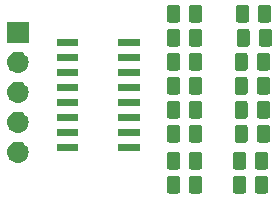
<source format=gbr>
G04 #@! TF.GenerationSoftware,KiCad,Pcbnew,(5.1.2)-2*
G04 #@! TF.CreationDate,2019-10-26T09:12:10-10:00*
G04 #@! TF.ProjectId,74HC595N_smd,37344843-3539-4354-9e5f-736d642e6b69,rev?*
G04 #@! TF.SameCoordinates,Original*
G04 #@! TF.FileFunction,Soldermask,Top*
G04 #@! TF.FilePolarity,Negative*
%FSLAX46Y46*%
G04 Gerber Fmt 4.6, Leading zero omitted, Abs format (unit mm)*
G04 Created by KiCad (PCBNEW (5.1.2)-2) date 2019-10-26 09:12:10*
%MOMM*%
%LPD*%
G04 APERTURE LIST*
%ADD10C,0.100000*%
G04 APERTURE END LIST*
D10*
G36*
X99685968Y-43957565D02*
G01*
X99724638Y-43969296D01*
X99760277Y-43988346D01*
X99791517Y-44013983D01*
X99817154Y-44045223D01*
X99836204Y-44080862D01*
X99847935Y-44119532D01*
X99852500Y-44165888D01*
X99852500Y-45242112D01*
X99847935Y-45288468D01*
X99836204Y-45327138D01*
X99817154Y-45362777D01*
X99791517Y-45394017D01*
X99760277Y-45419654D01*
X99724638Y-45438704D01*
X99685968Y-45450435D01*
X99639612Y-45455000D01*
X98988388Y-45455000D01*
X98942032Y-45450435D01*
X98903362Y-45438704D01*
X98867723Y-45419654D01*
X98836483Y-45394017D01*
X98810846Y-45362777D01*
X98791796Y-45327138D01*
X98780065Y-45288468D01*
X98775500Y-45242112D01*
X98775500Y-44165888D01*
X98780065Y-44119532D01*
X98791796Y-44080862D01*
X98810846Y-44045223D01*
X98836483Y-44013983D01*
X98867723Y-43988346D01*
X98903362Y-43969296D01*
X98942032Y-43957565D01*
X98988388Y-43953000D01*
X99639612Y-43953000D01*
X99685968Y-43957565D01*
X99685968Y-43957565D01*
G37*
G36*
X105273968Y-43957565D02*
G01*
X105312638Y-43969296D01*
X105348277Y-43988346D01*
X105379517Y-44013983D01*
X105405154Y-44045223D01*
X105424204Y-44080862D01*
X105435935Y-44119532D01*
X105440500Y-44165888D01*
X105440500Y-45242112D01*
X105435935Y-45288468D01*
X105424204Y-45327138D01*
X105405154Y-45362777D01*
X105379517Y-45394017D01*
X105348277Y-45419654D01*
X105312638Y-45438704D01*
X105273968Y-45450435D01*
X105227612Y-45455000D01*
X104576388Y-45455000D01*
X104530032Y-45450435D01*
X104491362Y-45438704D01*
X104455723Y-45419654D01*
X104424483Y-45394017D01*
X104398846Y-45362777D01*
X104379796Y-45327138D01*
X104368065Y-45288468D01*
X104363500Y-45242112D01*
X104363500Y-44165888D01*
X104368065Y-44119532D01*
X104379796Y-44080862D01*
X104398846Y-44045223D01*
X104424483Y-44013983D01*
X104455723Y-43988346D01*
X104491362Y-43969296D01*
X104530032Y-43957565D01*
X104576388Y-43953000D01*
X105227612Y-43953000D01*
X105273968Y-43957565D01*
X105273968Y-43957565D01*
G37*
G36*
X107148968Y-43957565D02*
G01*
X107187638Y-43969296D01*
X107223277Y-43988346D01*
X107254517Y-44013983D01*
X107280154Y-44045223D01*
X107299204Y-44080862D01*
X107310935Y-44119532D01*
X107315500Y-44165888D01*
X107315500Y-45242112D01*
X107310935Y-45288468D01*
X107299204Y-45327138D01*
X107280154Y-45362777D01*
X107254517Y-45394017D01*
X107223277Y-45419654D01*
X107187638Y-45438704D01*
X107148968Y-45450435D01*
X107102612Y-45455000D01*
X106451388Y-45455000D01*
X106405032Y-45450435D01*
X106366362Y-45438704D01*
X106330723Y-45419654D01*
X106299483Y-45394017D01*
X106273846Y-45362777D01*
X106254796Y-45327138D01*
X106243065Y-45288468D01*
X106238500Y-45242112D01*
X106238500Y-44165888D01*
X106243065Y-44119532D01*
X106254796Y-44080862D01*
X106273846Y-44045223D01*
X106299483Y-44013983D01*
X106330723Y-43988346D01*
X106366362Y-43969296D01*
X106405032Y-43957565D01*
X106451388Y-43953000D01*
X107102612Y-43953000D01*
X107148968Y-43957565D01*
X107148968Y-43957565D01*
G37*
G36*
X101560968Y-43957565D02*
G01*
X101599638Y-43969296D01*
X101635277Y-43988346D01*
X101666517Y-44013983D01*
X101692154Y-44045223D01*
X101711204Y-44080862D01*
X101722935Y-44119532D01*
X101727500Y-44165888D01*
X101727500Y-45242112D01*
X101722935Y-45288468D01*
X101711204Y-45327138D01*
X101692154Y-45362777D01*
X101666517Y-45394017D01*
X101635277Y-45419654D01*
X101599638Y-45438704D01*
X101560968Y-45450435D01*
X101514612Y-45455000D01*
X100863388Y-45455000D01*
X100817032Y-45450435D01*
X100778362Y-45438704D01*
X100742723Y-45419654D01*
X100711483Y-45394017D01*
X100685846Y-45362777D01*
X100666796Y-45327138D01*
X100655065Y-45288468D01*
X100650500Y-45242112D01*
X100650500Y-44165888D01*
X100655065Y-44119532D01*
X100666796Y-44080862D01*
X100685846Y-44045223D01*
X100711483Y-44013983D01*
X100742723Y-43988346D01*
X100778362Y-43969296D01*
X100817032Y-43957565D01*
X100863388Y-43953000D01*
X101514612Y-43953000D01*
X101560968Y-43957565D01*
X101560968Y-43957565D01*
G37*
G36*
X101560968Y-41925565D02*
G01*
X101599638Y-41937296D01*
X101635277Y-41956346D01*
X101666517Y-41981983D01*
X101692154Y-42013223D01*
X101711204Y-42048862D01*
X101722935Y-42087532D01*
X101727500Y-42133888D01*
X101727500Y-43210112D01*
X101722935Y-43256468D01*
X101711204Y-43295138D01*
X101692154Y-43330777D01*
X101666517Y-43362017D01*
X101635277Y-43387654D01*
X101599638Y-43406704D01*
X101560968Y-43418435D01*
X101514612Y-43423000D01*
X100863388Y-43423000D01*
X100817032Y-43418435D01*
X100778362Y-43406704D01*
X100742723Y-43387654D01*
X100711483Y-43362017D01*
X100685846Y-43330777D01*
X100666796Y-43295138D01*
X100655065Y-43256468D01*
X100650500Y-43210112D01*
X100650500Y-42133888D01*
X100655065Y-42087532D01*
X100666796Y-42048862D01*
X100685846Y-42013223D01*
X100711483Y-41981983D01*
X100742723Y-41956346D01*
X100778362Y-41937296D01*
X100817032Y-41925565D01*
X100863388Y-41921000D01*
X101514612Y-41921000D01*
X101560968Y-41925565D01*
X101560968Y-41925565D01*
G37*
G36*
X99685968Y-41925565D02*
G01*
X99724638Y-41937296D01*
X99760277Y-41956346D01*
X99791517Y-41981983D01*
X99817154Y-42013223D01*
X99836204Y-42048862D01*
X99847935Y-42087532D01*
X99852500Y-42133888D01*
X99852500Y-43210112D01*
X99847935Y-43256468D01*
X99836204Y-43295138D01*
X99817154Y-43330777D01*
X99791517Y-43362017D01*
X99760277Y-43387654D01*
X99724638Y-43406704D01*
X99685968Y-43418435D01*
X99639612Y-43423000D01*
X98988388Y-43423000D01*
X98942032Y-43418435D01*
X98903362Y-43406704D01*
X98867723Y-43387654D01*
X98836483Y-43362017D01*
X98810846Y-43330777D01*
X98791796Y-43295138D01*
X98780065Y-43256468D01*
X98775500Y-43210112D01*
X98775500Y-42133888D01*
X98780065Y-42087532D01*
X98791796Y-42048862D01*
X98810846Y-42013223D01*
X98836483Y-41981983D01*
X98867723Y-41956346D01*
X98903362Y-41937296D01*
X98942032Y-41925565D01*
X98988388Y-41921000D01*
X99639612Y-41921000D01*
X99685968Y-41925565D01*
X99685968Y-41925565D01*
G37*
G36*
X105273968Y-41925565D02*
G01*
X105312638Y-41937296D01*
X105348277Y-41956346D01*
X105379517Y-41981983D01*
X105405154Y-42013223D01*
X105424204Y-42048862D01*
X105435935Y-42087532D01*
X105440500Y-42133888D01*
X105440500Y-43210112D01*
X105435935Y-43256468D01*
X105424204Y-43295138D01*
X105405154Y-43330777D01*
X105379517Y-43362017D01*
X105348277Y-43387654D01*
X105312638Y-43406704D01*
X105273968Y-43418435D01*
X105227612Y-43423000D01*
X104576388Y-43423000D01*
X104530032Y-43418435D01*
X104491362Y-43406704D01*
X104455723Y-43387654D01*
X104424483Y-43362017D01*
X104398846Y-43330777D01*
X104379796Y-43295138D01*
X104368065Y-43256468D01*
X104363500Y-43210112D01*
X104363500Y-42133888D01*
X104368065Y-42087532D01*
X104379796Y-42048862D01*
X104398846Y-42013223D01*
X104424483Y-41981983D01*
X104455723Y-41956346D01*
X104491362Y-41937296D01*
X104530032Y-41925565D01*
X104576388Y-41921000D01*
X105227612Y-41921000D01*
X105273968Y-41925565D01*
X105273968Y-41925565D01*
G37*
G36*
X107148968Y-41925565D02*
G01*
X107187638Y-41937296D01*
X107223277Y-41956346D01*
X107254517Y-41981983D01*
X107280154Y-42013223D01*
X107299204Y-42048862D01*
X107310935Y-42087532D01*
X107315500Y-42133888D01*
X107315500Y-43210112D01*
X107310935Y-43256468D01*
X107299204Y-43295138D01*
X107280154Y-43330777D01*
X107254517Y-43362017D01*
X107223277Y-43387654D01*
X107187638Y-43406704D01*
X107148968Y-43418435D01*
X107102612Y-43423000D01*
X106451388Y-43423000D01*
X106405032Y-43418435D01*
X106366362Y-43406704D01*
X106330723Y-43387654D01*
X106299483Y-43362017D01*
X106273846Y-43330777D01*
X106254796Y-43295138D01*
X106243065Y-43256468D01*
X106238500Y-43210112D01*
X106238500Y-42133888D01*
X106243065Y-42087532D01*
X106254796Y-42048862D01*
X106273846Y-42013223D01*
X106299483Y-41981983D01*
X106330723Y-41956346D01*
X106366362Y-41937296D01*
X106405032Y-41925565D01*
X106451388Y-41921000D01*
X107102612Y-41921000D01*
X107148968Y-41925565D01*
X107148968Y-41925565D01*
G37*
G36*
X86263444Y-41062520D02*
G01*
X86329628Y-41069038D01*
X86499467Y-41120558D01*
X86655992Y-41204223D01*
X86664615Y-41211300D01*
X86793187Y-41316815D01*
X86876449Y-41418272D01*
X86905779Y-41454010D01*
X86989444Y-41610535D01*
X87040964Y-41780374D01*
X87058360Y-41957001D01*
X87040964Y-42133628D01*
X86989444Y-42303467D01*
X86905779Y-42459992D01*
X86876449Y-42495730D01*
X86793187Y-42597187D01*
X86691730Y-42680449D01*
X86655992Y-42709779D01*
X86499467Y-42793444D01*
X86329628Y-42844964D01*
X86263444Y-42851482D01*
X86197261Y-42858001D01*
X86108741Y-42858001D01*
X86042558Y-42851482D01*
X85976374Y-42844964D01*
X85806535Y-42793444D01*
X85650010Y-42709779D01*
X85614272Y-42680449D01*
X85512815Y-42597187D01*
X85429553Y-42495730D01*
X85400223Y-42459992D01*
X85316558Y-42303467D01*
X85265038Y-42133628D01*
X85247642Y-41957001D01*
X85265038Y-41780374D01*
X85316558Y-41610535D01*
X85400223Y-41454010D01*
X85429553Y-41418272D01*
X85512815Y-41316815D01*
X85641387Y-41211300D01*
X85650010Y-41204223D01*
X85806535Y-41120558D01*
X85976374Y-41069038D01*
X86042558Y-41062520D01*
X86108741Y-41056001D01*
X86197261Y-41056001D01*
X86263444Y-41062520D01*
X86263444Y-41062520D01*
G37*
G36*
X91275100Y-41846700D02*
G01*
X89471300Y-41846700D01*
X89471300Y-41211300D01*
X91275100Y-41211300D01*
X91275100Y-41846700D01*
X91275100Y-41846700D01*
G37*
G36*
X96456700Y-41846700D02*
G01*
X94652900Y-41846700D01*
X94652900Y-41211300D01*
X96456700Y-41211300D01*
X96456700Y-41846700D01*
X96456700Y-41846700D01*
G37*
G36*
X101560968Y-39639565D02*
G01*
X101599638Y-39651296D01*
X101635277Y-39670346D01*
X101666517Y-39695983D01*
X101692154Y-39727223D01*
X101711204Y-39762862D01*
X101722935Y-39801532D01*
X101727500Y-39847888D01*
X101727500Y-40924112D01*
X101722935Y-40970468D01*
X101711204Y-41009138D01*
X101692154Y-41044777D01*
X101666517Y-41076017D01*
X101635277Y-41101654D01*
X101599638Y-41120704D01*
X101560968Y-41132435D01*
X101514612Y-41137000D01*
X100863388Y-41137000D01*
X100817032Y-41132435D01*
X100778362Y-41120704D01*
X100742723Y-41101654D01*
X100711483Y-41076017D01*
X100685846Y-41044777D01*
X100666796Y-41009138D01*
X100655065Y-40970468D01*
X100650500Y-40924112D01*
X100650500Y-39847888D01*
X100655065Y-39801532D01*
X100666796Y-39762862D01*
X100685846Y-39727223D01*
X100711483Y-39695983D01*
X100742723Y-39670346D01*
X100778362Y-39651296D01*
X100817032Y-39639565D01*
X100863388Y-39635000D01*
X101514612Y-39635000D01*
X101560968Y-39639565D01*
X101560968Y-39639565D01*
G37*
G36*
X105430968Y-39639565D02*
G01*
X105469638Y-39651296D01*
X105505277Y-39670346D01*
X105536517Y-39695983D01*
X105562154Y-39727223D01*
X105581204Y-39762862D01*
X105592935Y-39801532D01*
X105597500Y-39847888D01*
X105597500Y-40924112D01*
X105592935Y-40970468D01*
X105581204Y-41009138D01*
X105562154Y-41044777D01*
X105536517Y-41076017D01*
X105505277Y-41101654D01*
X105469638Y-41120704D01*
X105430968Y-41132435D01*
X105384612Y-41137000D01*
X104733388Y-41137000D01*
X104687032Y-41132435D01*
X104648362Y-41120704D01*
X104612723Y-41101654D01*
X104581483Y-41076017D01*
X104555846Y-41044777D01*
X104536796Y-41009138D01*
X104525065Y-40970468D01*
X104520500Y-40924112D01*
X104520500Y-39847888D01*
X104525065Y-39801532D01*
X104536796Y-39762862D01*
X104555846Y-39727223D01*
X104581483Y-39695983D01*
X104612723Y-39670346D01*
X104648362Y-39651296D01*
X104687032Y-39639565D01*
X104733388Y-39635000D01*
X105384612Y-39635000D01*
X105430968Y-39639565D01*
X105430968Y-39639565D01*
G37*
G36*
X107305968Y-39639565D02*
G01*
X107344638Y-39651296D01*
X107380277Y-39670346D01*
X107411517Y-39695983D01*
X107437154Y-39727223D01*
X107456204Y-39762862D01*
X107467935Y-39801532D01*
X107472500Y-39847888D01*
X107472500Y-40924112D01*
X107467935Y-40970468D01*
X107456204Y-41009138D01*
X107437154Y-41044777D01*
X107411517Y-41076017D01*
X107380277Y-41101654D01*
X107344638Y-41120704D01*
X107305968Y-41132435D01*
X107259612Y-41137000D01*
X106608388Y-41137000D01*
X106562032Y-41132435D01*
X106523362Y-41120704D01*
X106487723Y-41101654D01*
X106456483Y-41076017D01*
X106430846Y-41044777D01*
X106411796Y-41009138D01*
X106400065Y-40970468D01*
X106395500Y-40924112D01*
X106395500Y-39847888D01*
X106400065Y-39801532D01*
X106411796Y-39762862D01*
X106430846Y-39727223D01*
X106456483Y-39695983D01*
X106487723Y-39670346D01*
X106523362Y-39651296D01*
X106562032Y-39639565D01*
X106608388Y-39635000D01*
X107259612Y-39635000D01*
X107305968Y-39639565D01*
X107305968Y-39639565D01*
G37*
G36*
X99685968Y-39639565D02*
G01*
X99724638Y-39651296D01*
X99760277Y-39670346D01*
X99791517Y-39695983D01*
X99817154Y-39727223D01*
X99836204Y-39762862D01*
X99847935Y-39801532D01*
X99852500Y-39847888D01*
X99852500Y-40924112D01*
X99847935Y-40970468D01*
X99836204Y-41009138D01*
X99817154Y-41044777D01*
X99791517Y-41076017D01*
X99760277Y-41101654D01*
X99724638Y-41120704D01*
X99685968Y-41132435D01*
X99639612Y-41137000D01*
X98988388Y-41137000D01*
X98942032Y-41132435D01*
X98903362Y-41120704D01*
X98867723Y-41101654D01*
X98836483Y-41076017D01*
X98810846Y-41044777D01*
X98791796Y-41009138D01*
X98780065Y-40970468D01*
X98775500Y-40924112D01*
X98775500Y-39847888D01*
X98780065Y-39801532D01*
X98791796Y-39762862D01*
X98810846Y-39727223D01*
X98836483Y-39695983D01*
X98867723Y-39670346D01*
X98903362Y-39651296D01*
X98942032Y-39639565D01*
X98988388Y-39635000D01*
X99639612Y-39635000D01*
X99685968Y-39639565D01*
X99685968Y-39639565D01*
G37*
G36*
X96456700Y-40576700D02*
G01*
X94652900Y-40576700D01*
X94652900Y-39941300D01*
X96456700Y-39941300D01*
X96456700Y-40576700D01*
X96456700Y-40576700D01*
G37*
G36*
X91275100Y-40576700D02*
G01*
X89471300Y-40576700D01*
X89471300Y-39941300D01*
X91275100Y-39941300D01*
X91275100Y-40576700D01*
X91275100Y-40576700D01*
G37*
G36*
X86263443Y-38522519D02*
G01*
X86329628Y-38529038D01*
X86499467Y-38580558D01*
X86655992Y-38664223D01*
X86664615Y-38671300D01*
X86793187Y-38776815D01*
X86876449Y-38878272D01*
X86905779Y-38914010D01*
X86989444Y-39070535D01*
X87040964Y-39240374D01*
X87058360Y-39417001D01*
X87040964Y-39593628D01*
X86989444Y-39763467D01*
X86905779Y-39919992D01*
X86888292Y-39941300D01*
X86793187Y-40057187D01*
X86691730Y-40140449D01*
X86655992Y-40169779D01*
X86499467Y-40253444D01*
X86329628Y-40304964D01*
X86263443Y-40311483D01*
X86197261Y-40318001D01*
X86108741Y-40318001D01*
X86042559Y-40311483D01*
X85976374Y-40304964D01*
X85806535Y-40253444D01*
X85650010Y-40169779D01*
X85614272Y-40140449D01*
X85512815Y-40057187D01*
X85417710Y-39941300D01*
X85400223Y-39919992D01*
X85316558Y-39763467D01*
X85265038Y-39593628D01*
X85247642Y-39417001D01*
X85265038Y-39240374D01*
X85316558Y-39070535D01*
X85400223Y-38914010D01*
X85429553Y-38878272D01*
X85512815Y-38776815D01*
X85641387Y-38671300D01*
X85650010Y-38664223D01*
X85806535Y-38580558D01*
X85976374Y-38529038D01*
X86042559Y-38522519D01*
X86108741Y-38516001D01*
X86197261Y-38516001D01*
X86263443Y-38522519D01*
X86263443Y-38522519D01*
G37*
G36*
X91275100Y-39306700D02*
G01*
X89471300Y-39306700D01*
X89471300Y-38671300D01*
X91275100Y-38671300D01*
X91275100Y-39306700D01*
X91275100Y-39306700D01*
G37*
G36*
X96456700Y-39306700D02*
G01*
X94652900Y-39306700D01*
X94652900Y-38671300D01*
X96456700Y-38671300D01*
X96456700Y-39306700D01*
X96456700Y-39306700D01*
G37*
G36*
X105430968Y-37607565D02*
G01*
X105469638Y-37619296D01*
X105505277Y-37638346D01*
X105536517Y-37663983D01*
X105562154Y-37695223D01*
X105581204Y-37730862D01*
X105592935Y-37769532D01*
X105597500Y-37815888D01*
X105597500Y-38892112D01*
X105592935Y-38938468D01*
X105581204Y-38977138D01*
X105562154Y-39012777D01*
X105536517Y-39044017D01*
X105505277Y-39069654D01*
X105469638Y-39088704D01*
X105430968Y-39100435D01*
X105384612Y-39105000D01*
X104733388Y-39105000D01*
X104687032Y-39100435D01*
X104648362Y-39088704D01*
X104612723Y-39069654D01*
X104581483Y-39044017D01*
X104555846Y-39012777D01*
X104536796Y-38977138D01*
X104525065Y-38938468D01*
X104520500Y-38892112D01*
X104520500Y-37815888D01*
X104525065Y-37769532D01*
X104536796Y-37730862D01*
X104555846Y-37695223D01*
X104581483Y-37663983D01*
X104612723Y-37638346D01*
X104648362Y-37619296D01*
X104687032Y-37607565D01*
X104733388Y-37603000D01*
X105384612Y-37603000D01*
X105430968Y-37607565D01*
X105430968Y-37607565D01*
G37*
G36*
X99685968Y-37607565D02*
G01*
X99724638Y-37619296D01*
X99760277Y-37638346D01*
X99791517Y-37663983D01*
X99817154Y-37695223D01*
X99836204Y-37730862D01*
X99847935Y-37769532D01*
X99852500Y-37815888D01*
X99852500Y-38892112D01*
X99847935Y-38938468D01*
X99836204Y-38977138D01*
X99817154Y-39012777D01*
X99791517Y-39044017D01*
X99760277Y-39069654D01*
X99724638Y-39088704D01*
X99685968Y-39100435D01*
X99639612Y-39105000D01*
X98988388Y-39105000D01*
X98942032Y-39100435D01*
X98903362Y-39088704D01*
X98867723Y-39069654D01*
X98836483Y-39044017D01*
X98810846Y-39012777D01*
X98791796Y-38977138D01*
X98780065Y-38938468D01*
X98775500Y-38892112D01*
X98775500Y-37815888D01*
X98780065Y-37769532D01*
X98791796Y-37730862D01*
X98810846Y-37695223D01*
X98836483Y-37663983D01*
X98867723Y-37638346D01*
X98903362Y-37619296D01*
X98942032Y-37607565D01*
X98988388Y-37603000D01*
X99639612Y-37603000D01*
X99685968Y-37607565D01*
X99685968Y-37607565D01*
G37*
G36*
X107305968Y-37607565D02*
G01*
X107344638Y-37619296D01*
X107380277Y-37638346D01*
X107411517Y-37663983D01*
X107437154Y-37695223D01*
X107456204Y-37730862D01*
X107467935Y-37769532D01*
X107472500Y-37815888D01*
X107472500Y-38892112D01*
X107467935Y-38938468D01*
X107456204Y-38977138D01*
X107437154Y-39012777D01*
X107411517Y-39044017D01*
X107380277Y-39069654D01*
X107344638Y-39088704D01*
X107305968Y-39100435D01*
X107259612Y-39105000D01*
X106608388Y-39105000D01*
X106562032Y-39100435D01*
X106523362Y-39088704D01*
X106487723Y-39069654D01*
X106456483Y-39044017D01*
X106430846Y-39012777D01*
X106411796Y-38977138D01*
X106400065Y-38938468D01*
X106395500Y-38892112D01*
X106395500Y-37815888D01*
X106400065Y-37769532D01*
X106411796Y-37730862D01*
X106430846Y-37695223D01*
X106456483Y-37663983D01*
X106487723Y-37638346D01*
X106523362Y-37619296D01*
X106562032Y-37607565D01*
X106608388Y-37603000D01*
X107259612Y-37603000D01*
X107305968Y-37607565D01*
X107305968Y-37607565D01*
G37*
G36*
X101560968Y-37607565D02*
G01*
X101599638Y-37619296D01*
X101635277Y-37638346D01*
X101666517Y-37663983D01*
X101692154Y-37695223D01*
X101711204Y-37730862D01*
X101722935Y-37769532D01*
X101727500Y-37815888D01*
X101727500Y-38892112D01*
X101722935Y-38938468D01*
X101711204Y-38977138D01*
X101692154Y-39012777D01*
X101666517Y-39044017D01*
X101635277Y-39069654D01*
X101599638Y-39088704D01*
X101560968Y-39100435D01*
X101514612Y-39105000D01*
X100863388Y-39105000D01*
X100817032Y-39100435D01*
X100778362Y-39088704D01*
X100742723Y-39069654D01*
X100711483Y-39044017D01*
X100685846Y-39012777D01*
X100666796Y-38977138D01*
X100655065Y-38938468D01*
X100650500Y-38892112D01*
X100650500Y-37815888D01*
X100655065Y-37769532D01*
X100666796Y-37730862D01*
X100685846Y-37695223D01*
X100711483Y-37663983D01*
X100742723Y-37638346D01*
X100778362Y-37619296D01*
X100817032Y-37607565D01*
X100863388Y-37603000D01*
X101514612Y-37603000D01*
X101560968Y-37607565D01*
X101560968Y-37607565D01*
G37*
G36*
X96456700Y-38036700D02*
G01*
X94652900Y-38036700D01*
X94652900Y-37401300D01*
X96456700Y-37401300D01*
X96456700Y-38036700D01*
X96456700Y-38036700D01*
G37*
G36*
X91275100Y-38036700D02*
G01*
X89471300Y-38036700D01*
X89471300Y-37401300D01*
X91275100Y-37401300D01*
X91275100Y-38036700D01*
X91275100Y-38036700D01*
G37*
G36*
X86263443Y-35982519D02*
G01*
X86329628Y-35989038D01*
X86499467Y-36040558D01*
X86655992Y-36124223D01*
X86664615Y-36131300D01*
X86793187Y-36236815D01*
X86876449Y-36338272D01*
X86905779Y-36374010D01*
X86989444Y-36530535D01*
X87040964Y-36700374D01*
X87058360Y-36877001D01*
X87040964Y-37053628D01*
X86989444Y-37223467D01*
X86905779Y-37379992D01*
X86888292Y-37401300D01*
X86793187Y-37517187D01*
X86691730Y-37600449D01*
X86655992Y-37629779D01*
X86499467Y-37713444D01*
X86329628Y-37764964D01*
X86263443Y-37771483D01*
X86197261Y-37778001D01*
X86108741Y-37778001D01*
X86042559Y-37771483D01*
X85976374Y-37764964D01*
X85806535Y-37713444D01*
X85650010Y-37629779D01*
X85614272Y-37600449D01*
X85512815Y-37517187D01*
X85417710Y-37401300D01*
X85400223Y-37379992D01*
X85316558Y-37223467D01*
X85265038Y-37053628D01*
X85247642Y-36877001D01*
X85265038Y-36700374D01*
X85316558Y-36530535D01*
X85400223Y-36374010D01*
X85429553Y-36338272D01*
X85512815Y-36236815D01*
X85641387Y-36131300D01*
X85650010Y-36124223D01*
X85806535Y-36040558D01*
X85976374Y-35989038D01*
X86042559Y-35982519D01*
X86108741Y-35976001D01*
X86197261Y-35976001D01*
X86263443Y-35982519D01*
X86263443Y-35982519D01*
G37*
G36*
X105430968Y-35575565D02*
G01*
X105469638Y-35587296D01*
X105505277Y-35606346D01*
X105536517Y-35631983D01*
X105562154Y-35663223D01*
X105581204Y-35698862D01*
X105592935Y-35737532D01*
X105597500Y-35783888D01*
X105597500Y-36860112D01*
X105592935Y-36906468D01*
X105581204Y-36945138D01*
X105562154Y-36980777D01*
X105536517Y-37012017D01*
X105505277Y-37037654D01*
X105469638Y-37056704D01*
X105430968Y-37068435D01*
X105384612Y-37073000D01*
X104733388Y-37073000D01*
X104687032Y-37068435D01*
X104648362Y-37056704D01*
X104612723Y-37037654D01*
X104581483Y-37012017D01*
X104555846Y-36980777D01*
X104536796Y-36945138D01*
X104525065Y-36906468D01*
X104520500Y-36860112D01*
X104520500Y-35783888D01*
X104525065Y-35737532D01*
X104536796Y-35698862D01*
X104555846Y-35663223D01*
X104581483Y-35631983D01*
X104612723Y-35606346D01*
X104648362Y-35587296D01*
X104687032Y-35575565D01*
X104733388Y-35571000D01*
X105384612Y-35571000D01*
X105430968Y-35575565D01*
X105430968Y-35575565D01*
G37*
G36*
X101560968Y-35575565D02*
G01*
X101599638Y-35587296D01*
X101635277Y-35606346D01*
X101666517Y-35631983D01*
X101692154Y-35663223D01*
X101711204Y-35698862D01*
X101722935Y-35737532D01*
X101727500Y-35783888D01*
X101727500Y-36860112D01*
X101722935Y-36906468D01*
X101711204Y-36945138D01*
X101692154Y-36980777D01*
X101666517Y-37012017D01*
X101635277Y-37037654D01*
X101599638Y-37056704D01*
X101560968Y-37068435D01*
X101514612Y-37073000D01*
X100863388Y-37073000D01*
X100817032Y-37068435D01*
X100778362Y-37056704D01*
X100742723Y-37037654D01*
X100711483Y-37012017D01*
X100685846Y-36980777D01*
X100666796Y-36945138D01*
X100655065Y-36906468D01*
X100650500Y-36860112D01*
X100650500Y-35783888D01*
X100655065Y-35737532D01*
X100666796Y-35698862D01*
X100685846Y-35663223D01*
X100711483Y-35631983D01*
X100742723Y-35606346D01*
X100778362Y-35587296D01*
X100817032Y-35575565D01*
X100863388Y-35571000D01*
X101514612Y-35571000D01*
X101560968Y-35575565D01*
X101560968Y-35575565D01*
G37*
G36*
X99685968Y-35575565D02*
G01*
X99724638Y-35587296D01*
X99760277Y-35606346D01*
X99791517Y-35631983D01*
X99817154Y-35663223D01*
X99836204Y-35698862D01*
X99847935Y-35737532D01*
X99852500Y-35783888D01*
X99852500Y-36860112D01*
X99847935Y-36906468D01*
X99836204Y-36945138D01*
X99817154Y-36980777D01*
X99791517Y-37012017D01*
X99760277Y-37037654D01*
X99724638Y-37056704D01*
X99685968Y-37068435D01*
X99639612Y-37073000D01*
X98988388Y-37073000D01*
X98942032Y-37068435D01*
X98903362Y-37056704D01*
X98867723Y-37037654D01*
X98836483Y-37012017D01*
X98810846Y-36980777D01*
X98791796Y-36945138D01*
X98780065Y-36906468D01*
X98775500Y-36860112D01*
X98775500Y-35783888D01*
X98780065Y-35737532D01*
X98791796Y-35698862D01*
X98810846Y-35663223D01*
X98836483Y-35631983D01*
X98867723Y-35606346D01*
X98903362Y-35587296D01*
X98942032Y-35575565D01*
X98988388Y-35571000D01*
X99639612Y-35571000D01*
X99685968Y-35575565D01*
X99685968Y-35575565D01*
G37*
G36*
X107305968Y-35575565D02*
G01*
X107344638Y-35587296D01*
X107380277Y-35606346D01*
X107411517Y-35631983D01*
X107437154Y-35663223D01*
X107456204Y-35698862D01*
X107467935Y-35737532D01*
X107472500Y-35783888D01*
X107472500Y-36860112D01*
X107467935Y-36906468D01*
X107456204Y-36945138D01*
X107437154Y-36980777D01*
X107411517Y-37012017D01*
X107380277Y-37037654D01*
X107344638Y-37056704D01*
X107305968Y-37068435D01*
X107259612Y-37073000D01*
X106608388Y-37073000D01*
X106562032Y-37068435D01*
X106523362Y-37056704D01*
X106487723Y-37037654D01*
X106456483Y-37012017D01*
X106430846Y-36980777D01*
X106411796Y-36945138D01*
X106400065Y-36906468D01*
X106395500Y-36860112D01*
X106395500Y-35783888D01*
X106400065Y-35737532D01*
X106411796Y-35698862D01*
X106430846Y-35663223D01*
X106456483Y-35631983D01*
X106487723Y-35606346D01*
X106523362Y-35587296D01*
X106562032Y-35575565D01*
X106608388Y-35571000D01*
X107259612Y-35571000D01*
X107305968Y-35575565D01*
X107305968Y-35575565D01*
G37*
G36*
X91275100Y-36766700D02*
G01*
X89471300Y-36766700D01*
X89471300Y-36131300D01*
X91275100Y-36131300D01*
X91275100Y-36766700D01*
X91275100Y-36766700D01*
G37*
G36*
X96456700Y-36766700D02*
G01*
X94652900Y-36766700D01*
X94652900Y-36131300D01*
X96456700Y-36131300D01*
X96456700Y-36766700D01*
X96456700Y-36766700D01*
G37*
G36*
X96456700Y-35496700D02*
G01*
X94652900Y-35496700D01*
X94652900Y-34861300D01*
X96456700Y-34861300D01*
X96456700Y-35496700D01*
X96456700Y-35496700D01*
G37*
G36*
X91275100Y-35496700D02*
G01*
X89471300Y-35496700D01*
X89471300Y-34861300D01*
X91275100Y-34861300D01*
X91275100Y-35496700D01*
X91275100Y-35496700D01*
G37*
G36*
X86263443Y-33442519D02*
G01*
X86329628Y-33449038D01*
X86499467Y-33500558D01*
X86655992Y-33584223D01*
X86664615Y-33591300D01*
X86793187Y-33696815D01*
X86876449Y-33798272D01*
X86905779Y-33834010D01*
X86989444Y-33990535D01*
X87040964Y-34160374D01*
X87058360Y-34337001D01*
X87040964Y-34513628D01*
X86989444Y-34683467D01*
X86905779Y-34839992D01*
X86888292Y-34861300D01*
X86793187Y-34977187D01*
X86715429Y-35041000D01*
X86655992Y-35089779D01*
X86499467Y-35173444D01*
X86329628Y-35224964D01*
X86263443Y-35231483D01*
X86197261Y-35238001D01*
X86108741Y-35238001D01*
X86042559Y-35231483D01*
X85976374Y-35224964D01*
X85806535Y-35173444D01*
X85650010Y-35089779D01*
X85590573Y-35041000D01*
X85512815Y-34977187D01*
X85417710Y-34861300D01*
X85400223Y-34839992D01*
X85316558Y-34683467D01*
X85265038Y-34513628D01*
X85247642Y-34337001D01*
X85265038Y-34160374D01*
X85316558Y-33990535D01*
X85400223Y-33834010D01*
X85429553Y-33798272D01*
X85512815Y-33696815D01*
X85641387Y-33591300D01*
X85650010Y-33584223D01*
X85806535Y-33500558D01*
X85976374Y-33449038D01*
X86042559Y-33442519D01*
X86108741Y-33436001D01*
X86197261Y-33436001D01*
X86263443Y-33442519D01*
X86263443Y-33442519D01*
G37*
G36*
X105430968Y-33543565D02*
G01*
X105469638Y-33555296D01*
X105505277Y-33574346D01*
X105536517Y-33599983D01*
X105562154Y-33631223D01*
X105581204Y-33666862D01*
X105592935Y-33705532D01*
X105597500Y-33751888D01*
X105597500Y-34828112D01*
X105592935Y-34874468D01*
X105581204Y-34913138D01*
X105562154Y-34948777D01*
X105536517Y-34980017D01*
X105505277Y-35005654D01*
X105469638Y-35024704D01*
X105430968Y-35036435D01*
X105384612Y-35041000D01*
X104733388Y-35041000D01*
X104687032Y-35036435D01*
X104648362Y-35024704D01*
X104612723Y-35005654D01*
X104581483Y-34980017D01*
X104555846Y-34948777D01*
X104536796Y-34913138D01*
X104525065Y-34874468D01*
X104520500Y-34828112D01*
X104520500Y-33751888D01*
X104525065Y-33705532D01*
X104536796Y-33666862D01*
X104555846Y-33631223D01*
X104581483Y-33599983D01*
X104612723Y-33574346D01*
X104648362Y-33555296D01*
X104687032Y-33543565D01*
X104733388Y-33539000D01*
X105384612Y-33539000D01*
X105430968Y-33543565D01*
X105430968Y-33543565D01*
G37*
G36*
X107305968Y-33543565D02*
G01*
X107344638Y-33555296D01*
X107380277Y-33574346D01*
X107411517Y-33599983D01*
X107437154Y-33631223D01*
X107456204Y-33666862D01*
X107467935Y-33705532D01*
X107472500Y-33751888D01*
X107472500Y-34828112D01*
X107467935Y-34874468D01*
X107456204Y-34913138D01*
X107437154Y-34948777D01*
X107411517Y-34980017D01*
X107380277Y-35005654D01*
X107344638Y-35024704D01*
X107305968Y-35036435D01*
X107259612Y-35041000D01*
X106608388Y-35041000D01*
X106562032Y-35036435D01*
X106523362Y-35024704D01*
X106487723Y-35005654D01*
X106456483Y-34980017D01*
X106430846Y-34948777D01*
X106411796Y-34913138D01*
X106400065Y-34874468D01*
X106395500Y-34828112D01*
X106395500Y-33751888D01*
X106400065Y-33705532D01*
X106411796Y-33666862D01*
X106430846Y-33631223D01*
X106456483Y-33599983D01*
X106487723Y-33574346D01*
X106523362Y-33555296D01*
X106562032Y-33543565D01*
X106608388Y-33539000D01*
X107259612Y-33539000D01*
X107305968Y-33543565D01*
X107305968Y-33543565D01*
G37*
G36*
X101560968Y-33543565D02*
G01*
X101599638Y-33555296D01*
X101635277Y-33574346D01*
X101666517Y-33599983D01*
X101692154Y-33631223D01*
X101711204Y-33666862D01*
X101722935Y-33705532D01*
X101727500Y-33751888D01*
X101727500Y-34828112D01*
X101722935Y-34874468D01*
X101711204Y-34913138D01*
X101692154Y-34948777D01*
X101666517Y-34980017D01*
X101635277Y-35005654D01*
X101599638Y-35024704D01*
X101560968Y-35036435D01*
X101514612Y-35041000D01*
X100863388Y-35041000D01*
X100817032Y-35036435D01*
X100778362Y-35024704D01*
X100742723Y-35005654D01*
X100711483Y-34980017D01*
X100685846Y-34948777D01*
X100666796Y-34913138D01*
X100655065Y-34874468D01*
X100650500Y-34828112D01*
X100650500Y-33751888D01*
X100655065Y-33705532D01*
X100666796Y-33666862D01*
X100685846Y-33631223D01*
X100711483Y-33599983D01*
X100742723Y-33574346D01*
X100778362Y-33555296D01*
X100817032Y-33543565D01*
X100863388Y-33539000D01*
X101514612Y-33539000D01*
X101560968Y-33543565D01*
X101560968Y-33543565D01*
G37*
G36*
X99685968Y-33543565D02*
G01*
X99724638Y-33555296D01*
X99760277Y-33574346D01*
X99791517Y-33599983D01*
X99817154Y-33631223D01*
X99836204Y-33666862D01*
X99847935Y-33705532D01*
X99852500Y-33751888D01*
X99852500Y-34828112D01*
X99847935Y-34874468D01*
X99836204Y-34913138D01*
X99817154Y-34948777D01*
X99791517Y-34980017D01*
X99760277Y-35005654D01*
X99724638Y-35024704D01*
X99685968Y-35036435D01*
X99639612Y-35041000D01*
X98988388Y-35041000D01*
X98942032Y-35036435D01*
X98903362Y-35024704D01*
X98867723Y-35005654D01*
X98836483Y-34980017D01*
X98810846Y-34948777D01*
X98791796Y-34913138D01*
X98780065Y-34874468D01*
X98775500Y-34828112D01*
X98775500Y-33751888D01*
X98780065Y-33705532D01*
X98791796Y-33666862D01*
X98810846Y-33631223D01*
X98836483Y-33599983D01*
X98867723Y-33574346D01*
X98903362Y-33555296D01*
X98942032Y-33543565D01*
X98988388Y-33539000D01*
X99639612Y-33539000D01*
X99685968Y-33543565D01*
X99685968Y-33543565D01*
G37*
G36*
X96456700Y-34226700D02*
G01*
X94652900Y-34226700D01*
X94652900Y-33591300D01*
X96456700Y-33591300D01*
X96456700Y-34226700D01*
X96456700Y-34226700D01*
G37*
G36*
X91275100Y-34226700D02*
G01*
X89471300Y-34226700D01*
X89471300Y-33591300D01*
X91275100Y-33591300D01*
X91275100Y-34226700D01*
X91275100Y-34226700D01*
G37*
G36*
X101560968Y-31511565D02*
G01*
X101599638Y-31523296D01*
X101635277Y-31542346D01*
X101666517Y-31567983D01*
X101692154Y-31599223D01*
X101711204Y-31634862D01*
X101722935Y-31673532D01*
X101727500Y-31719888D01*
X101727500Y-32796112D01*
X101722935Y-32842468D01*
X101711204Y-32881138D01*
X101692154Y-32916777D01*
X101666517Y-32948017D01*
X101635277Y-32973654D01*
X101599638Y-32992704D01*
X101560968Y-33004435D01*
X101514612Y-33009000D01*
X100863388Y-33009000D01*
X100817032Y-33004435D01*
X100778362Y-32992704D01*
X100742723Y-32973654D01*
X100711483Y-32948017D01*
X100685846Y-32916777D01*
X100666796Y-32881138D01*
X100655065Y-32842468D01*
X100650500Y-32796112D01*
X100650500Y-31719888D01*
X100655065Y-31673532D01*
X100666796Y-31634862D01*
X100685846Y-31599223D01*
X100711483Y-31567983D01*
X100742723Y-31542346D01*
X100778362Y-31523296D01*
X100817032Y-31511565D01*
X100863388Y-31507000D01*
X101514612Y-31507000D01*
X101560968Y-31511565D01*
X101560968Y-31511565D01*
G37*
G36*
X99685968Y-31511565D02*
G01*
X99724638Y-31523296D01*
X99760277Y-31542346D01*
X99791517Y-31567983D01*
X99817154Y-31599223D01*
X99836204Y-31634862D01*
X99847935Y-31673532D01*
X99852500Y-31719888D01*
X99852500Y-32796112D01*
X99847935Y-32842468D01*
X99836204Y-32881138D01*
X99817154Y-32916777D01*
X99791517Y-32948017D01*
X99760277Y-32973654D01*
X99724638Y-32992704D01*
X99685968Y-33004435D01*
X99639612Y-33009000D01*
X98988388Y-33009000D01*
X98942032Y-33004435D01*
X98903362Y-32992704D01*
X98867723Y-32973654D01*
X98836483Y-32948017D01*
X98810846Y-32916777D01*
X98791796Y-32881138D01*
X98780065Y-32842468D01*
X98775500Y-32796112D01*
X98775500Y-31719888D01*
X98780065Y-31673532D01*
X98791796Y-31634862D01*
X98810846Y-31599223D01*
X98836483Y-31567983D01*
X98867723Y-31542346D01*
X98903362Y-31523296D01*
X98942032Y-31511565D01*
X98988388Y-31507000D01*
X99639612Y-31507000D01*
X99685968Y-31511565D01*
X99685968Y-31511565D01*
G37*
G36*
X105606468Y-31511565D02*
G01*
X105645138Y-31523296D01*
X105680777Y-31542346D01*
X105712017Y-31567983D01*
X105737654Y-31599223D01*
X105756704Y-31634862D01*
X105768435Y-31673532D01*
X105773000Y-31719888D01*
X105773000Y-32796112D01*
X105768435Y-32842468D01*
X105756704Y-32881138D01*
X105737654Y-32916777D01*
X105712017Y-32948017D01*
X105680777Y-32973654D01*
X105645138Y-32992704D01*
X105606468Y-33004435D01*
X105560112Y-33009000D01*
X104908888Y-33009000D01*
X104862532Y-33004435D01*
X104823862Y-32992704D01*
X104788223Y-32973654D01*
X104756983Y-32948017D01*
X104731346Y-32916777D01*
X104712296Y-32881138D01*
X104700565Y-32842468D01*
X104696000Y-32796112D01*
X104696000Y-31719888D01*
X104700565Y-31673532D01*
X104712296Y-31634862D01*
X104731346Y-31599223D01*
X104756983Y-31567983D01*
X104788223Y-31542346D01*
X104823862Y-31523296D01*
X104862532Y-31511565D01*
X104908888Y-31507000D01*
X105560112Y-31507000D01*
X105606468Y-31511565D01*
X105606468Y-31511565D01*
G37*
G36*
X107481468Y-31511565D02*
G01*
X107520138Y-31523296D01*
X107555777Y-31542346D01*
X107587017Y-31567983D01*
X107612654Y-31599223D01*
X107631704Y-31634862D01*
X107643435Y-31673532D01*
X107648000Y-31719888D01*
X107648000Y-32796112D01*
X107643435Y-32842468D01*
X107631704Y-32881138D01*
X107612654Y-32916777D01*
X107587017Y-32948017D01*
X107555777Y-32973654D01*
X107520138Y-32992704D01*
X107481468Y-33004435D01*
X107435112Y-33009000D01*
X106783888Y-33009000D01*
X106737532Y-33004435D01*
X106698862Y-32992704D01*
X106663223Y-32973654D01*
X106631983Y-32948017D01*
X106606346Y-32916777D01*
X106587296Y-32881138D01*
X106575565Y-32842468D01*
X106571000Y-32796112D01*
X106571000Y-31719888D01*
X106575565Y-31673532D01*
X106587296Y-31634862D01*
X106606346Y-31599223D01*
X106631983Y-31567983D01*
X106663223Y-31542346D01*
X106698862Y-31523296D01*
X106737532Y-31511565D01*
X106783888Y-31507000D01*
X107435112Y-31507000D01*
X107481468Y-31511565D01*
X107481468Y-31511565D01*
G37*
G36*
X96456700Y-32956700D02*
G01*
X94652900Y-32956700D01*
X94652900Y-32321300D01*
X96456700Y-32321300D01*
X96456700Y-32956700D01*
X96456700Y-32956700D01*
G37*
G36*
X91275100Y-32956700D02*
G01*
X89471300Y-32956700D01*
X89471300Y-32321300D01*
X91275100Y-32321300D01*
X91275100Y-32956700D01*
X91275100Y-32956700D01*
G37*
G36*
X87054001Y-32698001D02*
G01*
X85252001Y-32698001D01*
X85252001Y-30896001D01*
X87054001Y-30896001D01*
X87054001Y-32698001D01*
X87054001Y-32698001D01*
G37*
G36*
X101560968Y-29479565D02*
G01*
X101599638Y-29491296D01*
X101635277Y-29510346D01*
X101666517Y-29535983D01*
X101692154Y-29567223D01*
X101711204Y-29602862D01*
X101722935Y-29641532D01*
X101727500Y-29687888D01*
X101727500Y-30764112D01*
X101722935Y-30810468D01*
X101711204Y-30849138D01*
X101692154Y-30884777D01*
X101666517Y-30916017D01*
X101635277Y-30941654D01*
X101599638Y-30960704D01*
X101560968Y-30972435D01*
X101514612Y-30977000D01*
X100863388Y-30977000D01*
X100817032Y-30972435D01*
X100778362Y-30960704D01*
X100742723Y-30941654D01*
X100711483Y-30916017D01*
X100685846Y-30884777D01*
X100666796Y-30849138D01*
X100655065Y-30810468D01*
X100650500Y-30764112D01*
X100650500Y-29687888D01*
X100655065Y-29641532D01*
X100666796Y-29602862D01*
X100685846Y-29567223D01*
X100711483Y-29535983D01*
X100742723Y-29510346D01*
X100778362Y-29491296D01*
X100817032Y-29479565D01*
X100863388Y-29475000D01*
X101514612Y-29475000D01*
X101560968Y-29479565D01*
X101560968Y-29479565D01*
G37*
G36*
X99685968Y-29479565D02*
G01*
X99724638Y-29491296D01*
X99760277Y-29510346D01*
X99791517Y-29535983D01*
X99817154Y-29567223D01*
X99836204Y-29602862D01*
X99847935Y-29641532D01*
X99852500Y-29687888D01*
X99852500Y-30764112D01*
X99847935Y-30810468D01*
X99836204Y-30849138D01*
X99817154Y-30884777D01*
X99791517Y-30916017D01*
X99760277Y-30941654D01*
X99724638Y-30960704D01*
X99685968Y-30972435D01*
X99639612Y-30977000D01*
X98988388Y-30977000D01*
X98942032Y-30972435D01*
X98903362Y-30960704D01*
X98867723Y-30941654D01*
X98836483Y-30916017D01*
X98810846Y-30884777D01*
X98791796Y-30849138D01*
X98780065Y-30810468D01*
X98775500Y-30764112D01*
X98775500Y-29687888D01*
X98780065Y-29641532D01*
X98791796Y-29602862D01*
X98810846Y-29567223D01*
X98836483Y-29535983D01*
X98867723Y-29510346D01*
X98903362Y-29491296D01*
X98942032Y-29479565D01*
X98988388Y-29475000D01*
X99639612Y-29475000D01*
X99685968Y-29479565D01*
X99685968Y-29479565D01*
G37*
G36*
X107402968Y-29479565D02*
G01*
X107441638Y-29491296D01*
X107477277Y-29510346D01*
X107508517Y-29535983D01*
X107534154Y-29567223D01*
X107553204Y-29602862D01*
X107564935Y-29641532D01*
X107569500Y-29687888D01*
X107569500Y-30764112D01*
X107564935Y-30810468D01*
X107553204Y-30849138D01*
X107534154Y-30884777D01*
X107508517Y-30916017D01*
X107477277Y-30941654D01*
X107441638Y-30960704D01*
X107402968Y-30972435D01*
X107356612Y-30977000D01*
X106705388Y-30977000D01*
X106659032Y-30972435D01*
X106620362Y-30960704D01*
X106584723Y-30941654D01*
X106553483Y-30916017D01*
X106527846Y-30884777D01*
X106508796Y-30849138D01*
X106497065Y-30810468D01*
X106492500Y-30764112D01*
X106492500Y-29687888D01*
X106497065Y-29641532D01*
X106508796Y-29602862D01*
X106527846Y-29567223D01*
X106553483Y-29535983D01*
X106584723Y-29510346D01*
X106620362Y-29491296D01*
X106659032Y-29479565D01*
X106705388Y-29475000D01*
X107356612Y-29475000D01*
X107402968Y-29479565D01*
X107402968Y-29479565D01*
G37*
G36*
X105527968Y-29479565D02*
G01*
X105566638Y-29491296D01*
X105602277Y-29510346D01*
X105633517Y-29535983D01*
X105659154Y-29567223D01*
X105678204Y-29602862D01*
X105689935Y-29641532D01*
X105694500Y-29687888D01*
X105694500Y-30764112D01*
X105689935Y-30810468D01*
X105678204Y-30849138D01*
X105659154Y-30884777D01*
X105633517Y-30916017D01*
X105602277Y-30941654D01*
X105566638Y-30960704D01*
X105527968Y-30972435D01*
X105481612Y-30977000D01*
X104830388Y-30977000D01*
X104784032Y-30972435D01*
X104745362Y-30960704D01*
X104709723Y-30941654D01*
X104678483Y-30916017D01*
X104652846Y-30884777D01*
X104633796Y-30849138D01*
X104622065Y-30810468D01*
X104617500Y-30764112D01*
X104617500Y-29687888D01*
X104622065Y-29641532D01*
X104633796Y-29602862D01*
X104652846Y-29567223D01*
X104678483Y-29535983D01*
X104709723Y-29510346D01*
X104745362Y-29491296D01*
X104784032Y-29479565D01*
X104830388Y-29475000D01*
X105481612Y-29475000D01*
X105527968Y-29479565D01*
X105527968Y-29479565D01*
G37*
M02*

</source>
